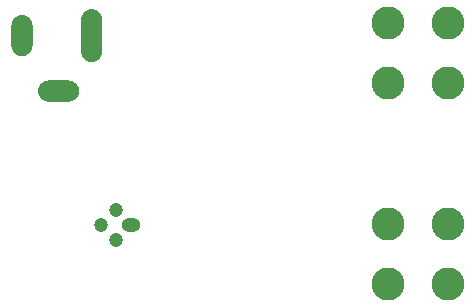
<source format=gbr>
G04 #@! TF.GenerationSoftware,KiCad,Pcbnew,6.0.0-d3dd2cf0fa~116~ubuntu21.10.1*
G04 #@! TF.CreationDate,2022-02-04T23:08:04+00:00*
G04 #@! TF.ProjectId,pcb-adr1399-vref,7063622d-6164-4723-9133-39392d767265,rev?*
G04 #@! TF.SameCoordinates,Original*
G04 #@! TF.FileFunction,Soldermask,Bot*
G04 #@! TF.FilePolarity,Negative*
%FSLAX46Y46*%
G04 Gerber Fmt 4.6, Leading zero omitted, Abs format (unit mm)*
G04 Created by KiCad (PCBNEW 6.0.0-d3dd2cf0fa~116~ubuntu21.10.1) date 2022-02-04 23:08:04*
%MOMM*%
%LPD*%
G01*
G04 APERTURE LIST*
%ADD10C,2.800000*%
%ADD11O,1.600000X1.200000*%
%ADD12C,1.200000*%
G04 APERTURE END LIST*
G36*
G01*
X85000000Y-95850000D02*
X85000000Y-93150000D01*
G75*
G02*
X85900000Y-92250000I900000J0D01*
G01*
X85900000Y-92250000D01*
G75*
G02*
X86800000Y-93150000I0J-900000D01*
G01*
X86800000Y-95850000D01*
G75*
G02*
X85900000Y-96750000I-900000J0D01*
G01*
X85900000Y-96750000D01*
G75*
G02*
X85000000Y-95850000I0J900000D01*
G01*
G37*
G36*
G01*
X79100000Y-95350000D02*
X79100000Y-93650000D01*
G75*
G02*
X80000000Y-92750000I900000J0D01*
G01*
X80000000Y-92750000D01*
G75*
G02*
X80900000Y-93650000I0J-900000D01*
G01*
X80900000Y-95350000D01*
G75*
G02*
X80000000Y-96250000I-900000J0D01*
G01*
X80000000Y-96250000D01*
G75*
G02*
X79100000Y-95350000I0J900000D01*
G01*
G37*
G36*
G01*
X81350000Y-99200000D02*
X81350000Y-99200000D01*
G75*
G02*
X82250000Y-98300000I900000J0D01*
G01*
X83950000Y-98300000D01*
G75*
G02*
X84850000Y-99200000I0J-900000D01*
G01*
X84850000Y-99200000D01*
G75*
G02*
X83950000Y-100100000I-900000J0D01*
G01*
X82250000Y-100100000D01*
G75*
G02*
X81350000Y-99200000I0J900000D01*
G01*
G37*
D10*
X110960000Y-93460000D03*
X116040000Y-93460000D03*
X116040000Y-98540000D03*
X110960000Y-98540000D03*
X110960000Y-110460000D03*
X116040000Y-110460000D03*
X116040000Y-115540000D03*
X110960000Y-115540000D03*
D11*
X89270000Y-110500000D03*
D12*
X88000000Y-109230000D03*
X86730000Y-110500000D03*
X88000000Y-111770000D03*
M02*

</source>
